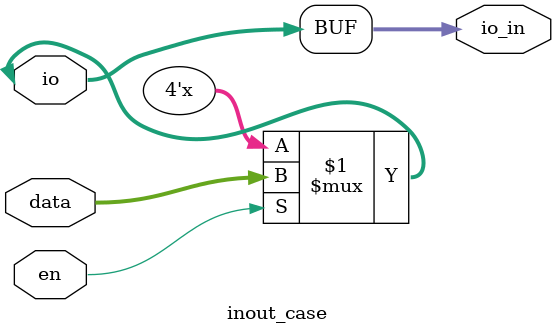
<source format=sv>
module inout_case(
    input  logic        en,
    input  logic [3:0]  data,
    inout  wire  [3:0]  io,
    output logic [3:0]  io_in
);
    assign io = en ? data : 4'bz;
    assign io_in = io;
endmodule

</source>
